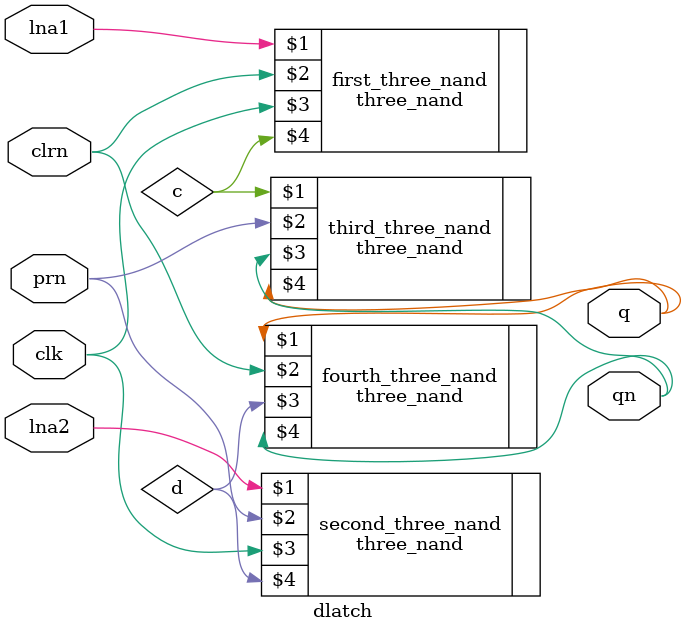
<source format=v>
module dlatch(lna1, lna2, prn, clk, clrn, q, qn);
	input lna1, lna2, prn, clk, clrn;
	wire c, d;
	output q, qn;
	three_nand first_three_nand(lna1, clrn, clk, c);
	three_nand second_three_nand(lna2, prn, clk, d);
	three_nand third_three_nand(c, prn, qn, q);
	three_nand fourth_three_nand(q, clrn, d, qn);
endmodule

</source>
